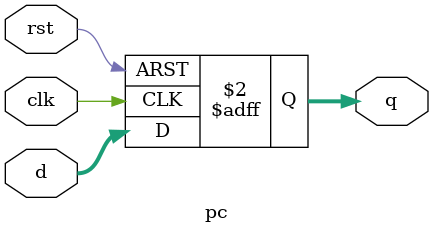
<source format=v>

module pc #(parameter WIDTH = 8)(
	input wire clk,rst,
	input wire[WIDTH-1:0] d,
	output reg[WIDTH-1:0] q
    );
	always @(negedge clk,posedge rst) begin
		if(rst) begin
			q <= 0;
		end else begin
			q <= d;
		end
	end
endmodule
</source>
